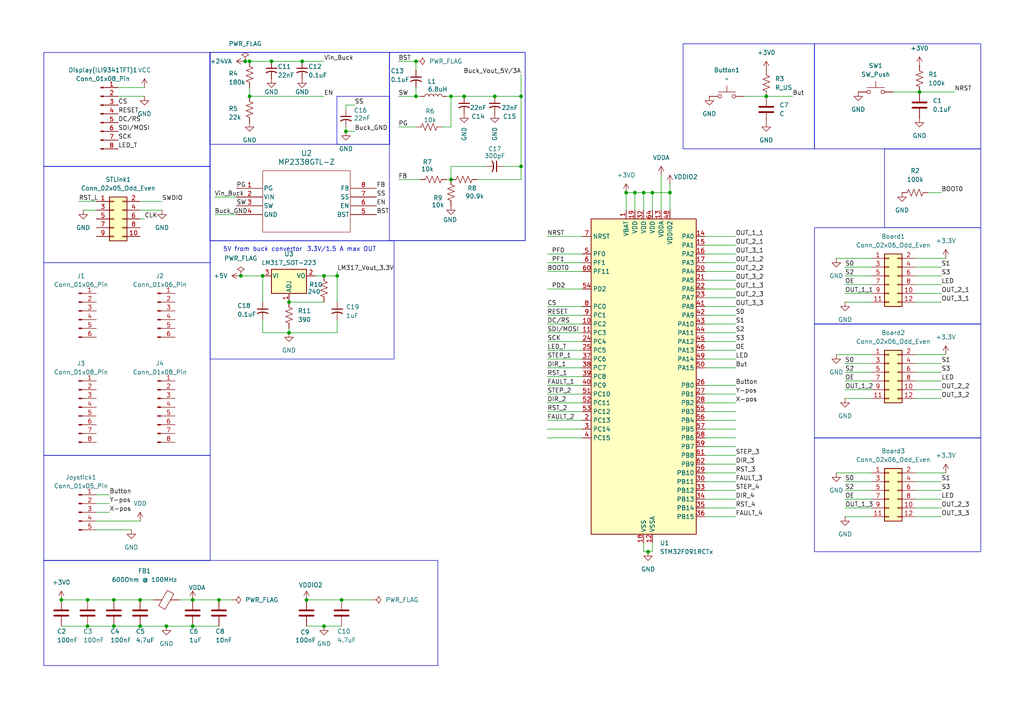
<source format=kicad_sch>
(kicad_sch (version 20250114) (generator "eeschema") (generator_version "9.0")
  (paper "A4")
  (title_block (title "STM32F09 Schematic") (date "2026-01-29") (rev "0"))
  (lib_symbols
    (symbol "Connector:Conn_01x05_Pin" (pin_names (offset 1.016) (hide yes))
      (property "Reference" "J" (at 0 7.62 0))
      (property "Value" "Conn_01x05_Pin" (at 0 -7.62 0))
      (symbol "Conn_01x05_Pin_1_1"
        (pin passive line (at 5.08 5.08 180) (length 3.81) (name "Pin_1") (number "1"))
        (pin passive line (at 5.08 2.54 180) (length 3.81) (name "Pin_2") (number "2"))
        (pin passive line (at 5.08 0 180) (length 3.81) (name "Pin_3") (number "3"))
        (pin passive line (at 5.08 -2.54 180) (length 3.81) (name "Pin_4") (number "4"))
        (pin passive line (at 5.08 -5.08 180) (length 3.81) (name "Pin_5") (number "5"))
      )
    )
    (symbol "Connector:Conn_01x06_Pin" (pin_names (offset 1.016) (hide yes))
      (property "Reference" "J" (at 0 7.62 0))
      (property "Value" "Conn_01x06_Pin" (at 0 -10.16 0))
      (symbol "Conn_01x06_Pin_1_1"
        (pin passive line (at 5.08 5.08 180) (length 3.81) (name "Pin_1") (number "1"))
        (pin passive line (at 5.08 2.54 180) (length 3.81) (name "Pin_2") (number "2"))
        (pin passive line (at 5.08 0 180) (length 3.81) (name "Pin_3") (number "3"))
        (pin passive line (at 5.08 -2.54 180) (length 3.81) (name "Pin_4") (number "4"))
        (pin passive line (at 5.08 -5.08 180) (length 3.81) (name "Pin_5") (number "5"))
        (pin passive line (at 5.08 -7.62 180) (length 3.81) (name "Pin_6") (number "6"))
      )
    )
    (symbol "Connector:Conn_01x08_Pin" (pin_names (offset 1.016) (hide yes))
      (property "Reference" "J" (at 0 10.16 0))
      (property "Value" "Conn_01x08_Pin" (at 0 -12.7 0))
      (symbol "Conn_01x08_Pin_1_1"
        (pin passive line (at 5.08 7.62 180) (length 3.81) (name "Pin_1") (number "1"))
        (pin passive line (at 5.08 5.08 180) (length 3.81) (name "Pin_2") (number "2"))
        (pin passive line (at 5.08 2.54 180) (length 3.81) (name "Pin_3") (number "3"))
        (pin passive line (at 5.08 0 180) (length 3.81) (name "Pin_4") (number "4"))
        (pin passive line (at 5.08 -2.54 180) (length 3.81) (name "Pin_5") (number "5"))
        (pin passive line (at 5.08 -5.08 180) (length 3.81) (name "Pin_6") (number "6"))
        (pin passive line (at 5.08 -7.62 180) (length 3.81) (name "Pin_7") (number "7"))
        (pin passive line (at 5.08 -10.16 180) (length 3.81) (name "Pin_8") (number "8"))
      )
    )
    (symbol "Connector_Generic:Conn_02x05_Odd_Even" (pin_names (offset 1.016) (hide yes))
      (property "Reference" "J" (at 1.27 7.62 0))
      (property "Value" "Conn_02x05_Odd_Even" (at 1.27 -7.62 0))
      (symbol "Conn_02x05_Odd_Even_1_1"
        (pin passive line (at -5.08 5.08 0) (length 3.81) (name "Pin_1") (number "1"))
        (pin passive line (at -5.08 2.54 0) (length 3.81) (name "Pin_3") (number "3"))
        (pin passive line (at -5.08 0 0) (length 3.81) (name "Pin_5") (number "5"))
        (pin passive line (at -5.08 -2.54 0) (length 3.81) (name "Pin_7") (number "7"))
        (pin passive line (at -5.08 -5.08 0) (length 3.81) (name "Pin_9") (number "9"))
        (pin passive line (at 7.62 5.08 180) (length 3.81) (name "Pin_2") (number "2"))
        (pin passive line (at 7.62 2.54 180) (length 3.81) (name "Pin_4") (number "4"))
        (pin passive line (at 7.62 0 180) (length 3.81) (name "Pin_6") (number "6"))
        (pin passive line (at 7.62 -2.54 180) (length 3.81) (name "Pin_8") (number "8"))
        (pin passive line (at 7.62 -5.08 180) (length 3.81) (name "Pin_10") (number "10"))
      )
    )
    (symbol "Connector_Generic:Conn_02x06_Odd_Even" (pin_names (offset 1.016) (hide yes))
      (property "Reference" "J" (at 1.27 7.62 0))
      (property "Value" "Conn_02x06_Odd_Even" (at 1.27 -10.16 0))
      (symbol "Conn_02x06_Odd_Even_1_1"
        (pin passive line (at -5.08 5.08 0) (length 3.81) (name "Pin_1") (number "1"))
        (pin passive line (at -5.08 2.54 0) (length 3.81) (name "Pin_3") (number "3"))
        (pin passive line (at -5.08 0 0) (length 3.81) (name "Pin_5") (number "5"))
        (pin passive line (at -5.08 -2.54 0) (length 3.81) (name "Pin_7") (number "7"))
        (pin passive line (at -5.08 -5.08 0) (length 3.81) (name "Pin_9") (number "9"))
        (pin passive line (at -5.08 -7.62 0) (length 3.81) (name "Pin_11") (number "11"))
        (pin passive line (at 7.62 5.08 180) (length 3.81) (name "Pin_2") (number "2"))
        (pin passive line (at 7.62 2.54 180) (length 3.81) (name "Pin_4") (number "4"))
        (pin passive line (at 7.62 0 180) (length 3.81) (name "Pin_6") (number "6"))
        (pin passive line (at 7.62 -2.54 180) (length 3.81) (name "Pin_8") (number "8"))
        (pin passive line (at 7.62 -5.08 180) (length 3.81) (name "Pin_10") (number "10"))
        (pin passive line (at 7.62 -7.62 180) (length 3.81) (name "Pin_12") (number "12"))
      )
    )
    (symbol "Device:C" (pin_numbers (hide yes)) (pin_names (offset 0.254))
      (property "Reference" "C" (at 0.635 2.54 0))
      (property "Value" "C" (at 0.635 -2.54 0))
      (symbol "C_1_1"
        (pin passive line (at 0 3.81 270) (length 2.794) (name "~") (number "1"))
        (pin passive line (at 0 -3.81 90) (length 2.794) (name "~") (number "2"))
      )
    )
    (symbol "Device:C_Small_US" (pin_numbers (hide yes)) (pin_names (offset 0.254) (hide yes))
      (property "Reference" "C" (at 0.254 1.778 0))
      (property "Value" "C_Small_US" (at 0.254 -2.032 0))
      (symbol "C_Small_US_1_1"
        (pin passive line (at 0 2.54 270) (length 2.032) (name "~") (number "1"))
        (pin passive line (at 0 -2.54 90) (length 2.032) (name "~") (number "2"))
      )
    )
    (symbol "Device:FerriteBead" (pin_numbers (hide yes)) (pin_names (offset 0))
      (property "Reference" "FB" (at -3.81 0.635 90))
      (property "Value" "FerriteBead" (at 3.81 0 90))
      (symbol "FerriteBead_1_1"
        (pin passive line (at 0 3.81 270) (length 2.54) (name "~") (number "1"))
        (pin passive line (at 0 -3.81 90) (length 2.54) (name "~") (number "2"))
      )
    )
    (symbol "Device:L" (pin_numbers (hide yes)) (pin_names (offset 1.016) (hide yes))
      (property "Reference" "L" (at -1.27 0 90))
      (property "Value" "L" (at 1.905 0 90))
      (symbol "L_1_1"
        (pin passive line (at 0 3.81 270) (length 1.27) (name "1") (number "1"))
        (pin passive line (at 0 -3.81 90) (length 1.27) (name "2") (number "2"))
      )
    )
    (symbol "Device:R_US" (pin_numbers (hide yes)) (pin_names (offset 0))
      (property "Reference" "R" (at 2.54 0 90))
      (property "Value" "R_US" (at -2.54 0 90))
      (symbol "R_US_1_1"
        (pin passive line (at 0 3.81 270) (length 1.27) (name "~") (number "1"))
        (pin passive line (at 0 -3.81 90) (length 1.27) (name "~") (number "2"))
      )
    )
    (symbol "MCU_ST_STM32F0:STM32F091RCTx"
      (property "Reference" "U" (at -15.24 46.99 0))
      (property "Value" "STM32F091RCTx" (at 10.16 46.99 0))
      (symbol "STM32F091RCTx_1_1"
        (pin input line (at -17.78 40.64 0) (length 2.54) (name "NRST") (number "7"))
        (pin bidirectional line (at -17.78 35.56 0) (length 2.54) (name "PF0") (number "5"))
        (pin bidirectional line (at -17.78 33.02 0) (length 2.54) (name "PF1") (number "6"))
        (pin bidirectional line (at -17.78 30.48 0) (length 2.54) (name "PF11") (number "60"))
        (pin bidirectional line (at -17.78 25.4 0) (length 2.54) (name "PD2") (number "54"))
        (pin bidirectional line (at -17.78 20.32 0) (length 2.54) (name "PC0") (number "8"))
        (pin bidirectional line (at -17.78 17.78 0) (length 2.54) (name "PC1") (number "9"))
        (pin bidirectional line (at -17.78 15.24 0) (length 2.54) (name "PC2") (number "10"))
        (pin bidirectional line (at -17.78 12.7 0) (length 2.54) (name "PC3") (number "11"))
        (pin bidirectional line (at -17.78 10.16 0) (length 2.54) (name "PC4") (number "24"))
        (pin bidirectional line (at -17.78 7.62 0) (length 2.54) (name "PC5") (number "25"))
        (pin bidirectional line (at -17.78 5.08 0) (length 2.54) (name "PC6") (number "37"))
        (pin bidirectional line (at -17.78 2.54 0) (length 2.54) (name "PC7") (number "38"))
        (pin bidirectional line (at -17.78 0 0) (length 2.54) (name "PC8") (number "39"))
        (pin bidirectional line (at -17.78 -2.54 0) (length 2.54) (name "PC9") (number "40"))
        (pin bidirectional line (at -17.78 -5.08 0) (length 2.54) (name "PC10") (number "51"))
        (pin bidirectional line (at -17.78 -7.62 0) (length 2.54) (name "PC11") (number "52"))
        (pin bidirectional line (at -17.78 -10.16 0) (length 2.54) (name "PC12") (number "53"))
        (pin bidirectional line (at -17.78 -12.7 0) (length 2.54) (name "PC13") (number "2"))
        (pin bidirectional line (at -17.78 -15.24 0) (length 2.54) (name "PC14") (number "3"))
        (pin bidirectional line (at -17.78 -17.78 0) (length 2.54) (name "PC15") (number "4"))
        (pin power_in line (at -5.08 48.26 270) (length 2.54) (name "VBAT") (number "1"))
        (pin power_in line (at -2.54 48.26 270) (length 2.54) (name "VDD") (number "19"))
        (pin power_in line (at 0 48.26 270) (length 2.54) (name "VDD") (number "32"))
        (pin power_in line (at 0 -48.26 90) (length 2.54) (name "VSS") (number "18"))
        (pin passive line (at 0 -48.26 90) (length 2.54) (hide yes) (name "VSS") (number "31"))
        (pin passive line (at 0 -48.26 90) (length 2.54) (hide yes) (name "VSS") (number "47"))
        (pin passive line (at 0 -48.26 90) (length 2.54) (hide yes) (name "VSS") (number "63"))
        (pin power_in line (at 2.54 48.26 270) (length 2.54) (name "VDD") (number "64"))
        (pin power_in line (at 2.54 -48.26 90) (length 2.54) (name "VSSA") (number "12"))
        (pin power_in line (at 5.08 48.26 270) (length 2.54) (name "VDDA") (number "13"))
        (pin power_in line (at 7.62 48.26 270) (length 2.54) (name "VDDIO2") (number "48"))
        (pin bidirectional line (at 17.78 40.64 180) (length 2.54) (name "PA0") (number "14"))
        (pin bidirectional line (at 17.78 38.1 180) (length 2.54) (name "PA1") (number "15"))
        (pin bidirectional line (at 17.78 35.56 180) (length 2.54) (name "PA2") (number "16"))
        (pin bidirectional line (at 17.78 33.02 180) (length 2.54) (name "PA3") (number "17"))
        (pin bidirectional line (at 17.78 30.48 180) (length 2.54) (name "PA4") (number "20"))
        (pin bidirectional line (at 17.78 27.94 180) (length 2.54) (name "PA5") (number "21"))
        (pin bidirectional line (at 17.78 25.4 180) (length 2.54) (name "PA6") (number "22"))
        (pin bidirectional line (at 17.78 22.86 180) (length 2.54) (name "PA7") (number "23"))
        (pin bidirectional line (at 17.78 20.32 180) (length 2.54) (name "PA8") (number "41"))
        (pin bidirectional line (at 17.78 17.78 180) (length 2.54) (name "PA9") (number "42"))
        (pin bidirectional line (at 17.78 15.24 180) (length 2.54) (name "PA10") (number "43"))
        (pin bidirectional line (at 17.78 12.7 180) (length 2.54) (name "PA11") (number "44"))
        (pin bidirectional line (at 17.78 10.16 180) (length 2.54) (name "PA12") (number "45"))
        (pin bidirectional line (at 17.78 7.62 180) (length 2.54) (name "PA13") (number "46"))
        (pin bidirectional line (at 17.78 5.08 180) (length 2.54) (name "PA14") (number "49"))
        (pin bidirectional line (at 17.78 2.54 180) (length 2.54) (name "PA15") (number "50"))
        (pin bidirectional line (at 17.78 -2.54 180) (length 2.54) (name "PB0") (number "26"))
        (pin bidirectional line (at 17.78 -5.08 180) (length 2.54) (name "PB1") (number "27"))
        (pin bidirectional line (at 17.78 -7.62 180) (length 2.54) (name "PB2") (number "28"))
        (pin bidirectional line (at 17.78 -10.16 180) (length 2.54) (name "PB3") (number "55"))
        (pin bidirectional line (at 17.78 -12.7 180) (length 2.54) (name "PB4") (number "56"))
        (pin bidirectional line (at 17.78 -15.24 180) (length 2.54) (name "PB5") (number "57"))
        (pin bidirectional line (at 17.78 -17.78 180) (length 2.54) (name "PB6") (number "58"))
        (pin bidirectional line (at 17.78 -20.32 180) (length 2.54) (name "PB7") (number "59"))
        (pin bidirectional line (at 17.78 -22.86 180) (length 2.54) (name "PB8") (number "61"))
        (pin bidirectional line (at 17.78 -25.4 180) (length 2.54) (name "PB9") (number "62"))
        (pin bidirectional line (at 17.78 -27.94 180) (length 2.54) (name "PB10") (number "29"))
        (pin bidirectional line (at 17.78 -30.48 180) (length 2.54) (name "PB11") (number "30"))
        (pin bidirectional line (at 17.78 -33.02 180) (length 2.54) (name "PB12") (number "33"))
        (pin bidirectional line (at 17.78 -35.56 180) (length 2.54) (name "PB13") (number "34"))
        (pin bidirectional line (at 17.78 -38.1 180) (length 2.54) (name "PB14") (number "35"))
        (pin bidirectional line (at 17.78 -40.64 180) (length 2.54) (name "PB15") (number "36"))
      )
    )
    (symbol "Power Convertor:MP2338GTL-Z" (pin_names (offset 0.254))
      (property "Reference" "U" (at 20.32 10.16 0))
      (property "Value" "MP2338GTL-Z" (at 20.32 7.62 0))
      (symbol "MP2338GTL-Z_0_1"
        (pin output line (at 0 0 0) (length 7.62) (name "PG") (number "1"))
        (pin power_in line (at 0 -2.54 0) (length 7.62) (name "VIN") (number "2"))
        (pin output line (at 0 -5.08 0) (length 7.62) (name "SW") (number "3"))
        (pin power_in line (at 0 -7.62 0) (length 7.62) (name "GND") (number "4"))
        (pin output line (at 40.64 0 180) (length 7.62) (name "FB") (number "8"))
        (pin input line (at 40.64 -2.54 180) (length 7.62) (name "SS") (number "7"))
        (pin input line (at 40.64 -5.08 180) (length 7.62) (name "EN") (number "6"))
        (pin power_in line (at 40.64 -7.62 180) (length 7.62) (name "BST") (number "5"))
      )
    )
    (symbol "Regulator_Linear:LM317_SOT-223" (pin_names (offset 0.254))
      (property "Reference" "U" (at -3.81 3.175 0))
      (property "Value" "LM317_SOT-223" (at 0 3.175 0))
      (symbol "LM317_SOT-223_1_1"
        (pin power_in line (at -7.62 0 0) (length 2.54) (name "VI") (number "3"))
        (pin input line (at 0 -7.62 90) (length 2.54) (name "ADJ") (number "1"))
        (pin power_out line (at 7.62 0 180) (length 2.54) (name "VO") (number "2"))
      )
    )
    (symbol "Switch:SW_Push" (pin_numbers (hide yes)) (pin_names (offset 1.016) (hide yes))
      (property "Reference" "SW" (at 1.27 2.54 0))
      (property "Value" "SW_Push" (at 0 -1.524 0))
      (symbol "SW_Push_0_1"
        (pin passive line (at -5.08 0 0) (length 2.54) (name "1") (number "1"))
        (pin passive line (at 5.08 0 180) (length 2.54) (name "2") (number "2"))
      )
    )
    (symbol "power:+24V" (power) (pin_numbers (hide yes)) (pin_names (offset 0) (hide yes))
      (property "Value" "+24V" (at 0 3.556 0))
      (symbol "+24V_1_1"
        (pin power_in line (at 0 0 90) (length 0) (name "~") (number "1"))
      )
    )
    (symbol "power:+3.3V" (power) (pin_numbers (hide yes)) (pin_names (offset 0) (hide yes))
      (property "Value" "+3.3V" (at 0 3.556 0))
      (symbol "+3.3V_1_1"
        (pin power_in line (at 0 0 90) (length 0) (name "~") (number "1"))
      )
    )
    (symbol "power:+3V0" (power) (pin_numbers (hide yes)) (pin_names (offset 0) (hide yes))
      (property "Value" "+3V0" (at 0 3.556 0))
      (symbol "+3V0_1_1"
        (pin power_in line (at 0 0 90) (length 0) (name "~") (number "1"))
      )
    )
    (symbol "power:+5V" (power) (pin_numbers (hide yes)) (pin_names (offset 0) (hide yes))
      (property "Value" "+5V" (at 0 3.556 0))
      (symbol "+5V_1_1"
        (pin power_in line (at 0 0 90) (length 0) (name "~") (number "1"))
      )
    )
    (symbol "power:GND" (power) (pin_numbers (hide yes)) (pin_names (offset 0) (hide yes))
      (property "Value" "GND" (at 0 -3.81 0))
      (symbol "GND_1_1"
        (pin power_in line (at 0 0 270) (length 0) (name "~") (number "1"))
      )
    )
    (symbol "power:PWR_FLAG" (power) (pin_numbers (hide yes)) (pin_names (offset 0) (hide yes))
      (property "Value" "PWR_FLAG" (at 0 3.81 0))
      (symbol "PWR_FLAG_0_0"
        (pin power_out line (at 0 0 90) (length 0) (name "~") (number "1"))
      )
    )
    (symbol "power:VCC" (power) (pin_numbers (hide yes)) (pin_names (offset 0) (hide yes))
      (property "Value" "VCC" (at 0 3.556 0))
      (symbol "VCC_1_1"
        (pin power_in line (at 0 0 90) (length 0) (name "~") (number "1"))
      )
    )
    (symbol "power:VDD" (power) (pin_numbers (hide yes)) (pin_names (offset 0) (hide yes))
      (property "Value" "VDD" (at 0 3.556 0))
      (symbol "VDD_1_1"
        (pin power_in line (at 0 0 90) (length 0) (name "~") (number "1"))
      )
    )
  )
  (rectangle (start 60.8886 15.1806) (end 152.3286 69.7906))
  (rectangle (start 97.7186 27.94) (end 112.9586 41.8506))
  (rectangle (start 236.22 127) (end 284.48 160.02))
  (rectangle (start 236.22 12.7) (end 284.48 43.18))
  (rectangle (start 236.22 66.04) (end 284.48 93.98))
  (rectangle (start 198.12 12.7) (end 236.22 43.18))
  (rectangle (start 60.96 69.85) (end 114.3 104.14))
  (rectangle (start 12.7 76.2) (end 60.96 132.08))
  (rectangle (start 12.7 132.08) (end 60.96 162.56))
  (rectangle (start 256.54 43.18) (end 284.48 66.04))
  (rectangle (start 12.7 15.24) (end 60.96 48.26))
  (rectangle (start 60.8886 15.1806) (end 112.9586 41.8506))
  (rectangle (start 12.7 162.56) (end 127 193.04))
  (rectangle (start 112.9586 15.1806) (end 152.3286 69.7906))
  (rectangle (start 12.7 48.26) (end 60.96 76.2))
  (rectangle (start 236.22 93.98) (end 284.48 127))
  (text "3.3V/1.5 A max OUT" (at 99.06 72.39 0) (effects (font (size 1.27 1.27))))
  (text "5V from buck convertor\n" (at 76.2 72.39 0) (effects (font (size 1.27 1.27))))
  (junction (at 48.26 181.61))
  (junction (at 222.25 27.94))
  (junction (at 100.33 38.1))
  (junction (at 25.4 173.99))
  (junction (at 88.9 173.99))
  (junction (at 72.39 17.78))
  (junction (at 186.69 55.88))
  (junction (at 40.64 181.61))
  (junction (at 181.61 55.88))
  (junction (at 184.15 55.88))
  (junction (at 189.23 55.88))
  (junction (at 55.88 181.61))
  (junction (at 187.96 160.02))
  (junction (at 120.65 17.78))
  (junction (at 78.74 17.78))
  (junction (at 134.62 27.94))
  (junction (at 83.82 96.52))
  (junction (at 266.7 26.67))
  (junction (at 63.5 173.99))
  (junction (at 99.06 173.99))
  (junction (at 33.02 173.99))
  (junction (at 25.4 181.61))
  (junction (at 143.51 27.94))
  (junction (at 69.85 80.01))
  (junction (at 120.65 27.94))
  (junction (at 72.39 27.94))
  (junction (at 93.98 181.61))
  (junction (at 194.31 55.88))
  (junction (at 17.78 173.99))
  (junction (at 130.81 52.07))
  (junction (at 71.12 17.78))
  (junction (at 83.82 87.63))
  (junction (at 151.13 48.26))
  (junction (at 33.02 181.61))
  (junction (at 151.13 27.94))
  (junction (at 40.64 173.99))
  (junction (at 97.79 80.01))
  (junction (at 55.88 173.99))
  (junction (at 87.63 17.78))
  (junction (at 76.2 80.01))
  (junction (at 93.98 80.01))
  (junction (at 130.81 27.94))
  (wire (pts (xy 204.47 68.58) (xy 213.36 68.58)))
  (wire (pts (xy 265.43 149.86) (xy 273.05 149.86)))
  (wire (pts (xy 186.69 160.02) (xy 187.96 160.02)))
  (wire (pts (xy 245.11 105.41) (xy 252.73 105.41)))
  (wire (pts (xy 265.43 74.93) (xy 274.32 74.93)))
  (wire (pts (xy 83.82 95.25) (xy 83.82 96.52)))
  (wire (pts (xy 158.75 104.14) (xy 168.91 104.14)))
  (wire (pts (xy 83.82 87.63) (xy 93.98 87.63)))
  (wire (pts (xy 40.64 181.61) (xy 48.26 181.61)))
  (wire (pts (xy 265.43 139.7) (xy 273.05 139.7)))
  (wire (pts (xy 158.75 101.6) (xy 168.91 101.6)))
  (wire (pts (xy 76.2 80.01) (xy 76.2 87.63)))
  (wire (pts (xy 204.47 116.84) (xy 213.36 116.84)))
  (wire (pts (xy 181.61 55.88) (xy 184.15 55.88)))
  (wire (pts (xy 158.75 68.58) (xy 168.91 68.58)))
  (wire (pts (xy 204.47 132.08) (xy 213.36 132.08)))
  (wire (pts (xy 158.75 96.52) (xy 168.91 96.52)))
  (wire (pts (xy 97.79 96.52) (xy 97.79 92.71)))
  (wire (pts (xy 55.88 181.61) (xy 63.5 181.61)))
  (wire (pts (xy 87.63 17.78) (xy 93.98 17.78)))
  (wire (pts (xy 93.98 181.61) (xy 99.06 181.61)))
  (wire (pts (xy 115.57 27.94) (xy 120.65 27.94)))
  (wire (pts (xy 97.79 78.74) (xy 97.79 80.01)))
  (wire (pts (xy 34.29 25.4) (xy 41.91 25.4)))
  (wire (pts (xy 265.43 105.41) (xy 273.05 105.41)))
  (wire (pts (xy 245.11 144.78) (xy 252.73 144.78)))
  (wire (pts (xy 204.47 93.98) (xy 213.36 93.98)))
  (wire (pts (xy 245.11 107.95) (xy 252.73 107.95)))
  (wire (pts (xy 88.9 181.61) (xy 93.98 181.61)))
  (wire (pts (xy 245.11 82.55) (xy 252.73 82.55)))
  (wire (pts (xy 27.94 151.13) (xy 40.64 151.13)))
  (wire (pts (xy 158.75 83.82) (xy 168.91 83.82)))
  (wire (pts (xy 130.81 52.07) (xy 129.54 52.07)))
  (wire (pts (xy 151.13 52.07) (xy 138.43 52.07)))
  (wire (pts (xy 189.23 60.96) (xy 189.23 55.88)))
  (wire (pts (xy 72.39 25.4) (xy 72.39 27.94)))
  (wire (pts (xy 204.47 83.82) (xy 213.36 83.82)))
  (wire (pts (xy 259.08 26.67) (xy 266.7 26.67)))
  (wire (pts (xy 100.33 38.1) (xy 102.87 38.1)))
  (wire (pts (xy 158.75 78.74) (xy 168.91 78.74)))
  (wire (pts (xy 62.23 57.15) (xy 68.58 57.15)))
  (wire (pts (xy 269.24 55.88) (xy 273.05 55.88)))
  (wire (pts (xy 120.65 17.78) (xy 120.65 20.32)))
  (wire (pts (xy 158.75 73.66) (xy 168.91 73.66)))
  (wire (pts (xy 158.75 116.84) (xy 168.91 116.84)))
  (wire (pts (xy 17.78 181.61) (xy 25.4 181.61)))
  (wire (pts (xy 27.94 148.59) (xy 31.75 148.59)))
  (wire (pts (xy 25.4 181.61) (xy 33.02 181.61)))
  (wire (pts (xy 48.26 181.61) (xy 55.88 181.61)))
  (wire (pts (xy 158.75 93.98) (xy 168.91 93.98)))
  (wire (pts (xy 245.11 113.03) (xy 252.73 113.03)))
  (wire (pts (xy 34.29 27.94) (xy 41.91 27.94)))
  (wire (pts (xy 17.78 173.99) (xy 25.4 173.99)))
  (wire (pts (xy 265.43 77.47) (xy 273.05 77.47)))
  (wire (pts (xy 130.81 36.83) (xy 130.81 27.94)))
  (wire (pts (xy 194.31 53.34) (xy 194.31 55.88)))
  (wire (pts (xy 33.02 181.61) (xy 40.64 181.61)))
  (wire (pts (xy 151.13 27.94) (xy 151.13 48.26)))
  (wire (pts (xy 76.2 92.71) (xy 76.2 96.52)))
  (wire (pts (xy 102.87 30.48) (xy 100.33 30.48)))
  (wire (pts (xy 40.64 173.99) (xy 44.45 173.99)))
  (wire (pts (xy 72.39 27.94) (xy 93.98 27.94)))
  (wire (pts (xy 204.47 99.06) (xy 213.36 99.06)))
  (wire (pts (xy 204.47 144.78) (xy 213.36 144.78)))
  (wire (pts (xy 130.81 27.94) (xy 134.62 27.94)))
  (wire (pts (xy 265.43 87.63) (xy 273.05 87.63)))
  (wire (pts (xy 83.82 96.52) (xy 97.79 96.52)))
  (wire (pts (xy 204.47 104.14) (xy 213.36 104.14)))
  (wire (pts (xy 52.07 173.99) (xy 55.88 173.99)))
  (wire (pts (xy 204.47 139.7) (xy 213.36 139.7)))
  (wire (pts (xy 204.47 147.32) (xy 213.36 147.32)))
  (wire (pts (xy 151.13 21.59) (xy 151.13 27.94)))
  (wire (pts (xy 71.12 17.78) (xy 72.39 17.78)))
  (wire (pts (xy 187.96 160.02) (xy 189.23 160.02)))
  (wire (pts (xy 72.39 17.78) (xy 78.74 17.78)))
  (wire (pts (xy 265.43 110.49) (xy 273.05 110.49)))
  (wire (pts (xy 204.47 86.36) (xy 213.36 86.36)))
  (wire (pts (xy 204.47 106.68) (xy 213.36 106.68)))
  (wire (pts (xy 33.02 173.99) (xy 40.64 173.99)))
  (wire (pts (xy 99.06 173.99) (xy 88.9 173.99)))
  (wire (pts (xy 40.64 63.5) (xy 41.91 63.5)))
  (wire (pts (xy 186.69 60.96) (xy 186.69 55.88)))
  (wire (pts (xy 55.88 173.99) (xy 63.5 173.99)))
  (wire (pts (xy 204.47 134.62) (xy 213.36 134.62)))
  (wire (pts (xy 120.65 27.94) (xy 120.65 25.4)))
  (wire (pts (xy 265.43 144.78) (xy 273.05 144.78)))
  (wire (pts (xy 204.47 88.9) (xy 213.36 88.9)))
  (wire (pts (xy 204.47 142.24) (xy 213.36 142.24)))
  (wire (pts (xy 100.33 36.83) (xy 100.33 38.1)))
  (wire (pts (xy 266.7 26.67) (xy 276.86 26.67)))
  (wire (pts (xy 158.75 76.2) (xy 168.91 76.2)))
  (wire (pts (xy 204.47 96.52) (xy 213.36 96.52)))
  (wire (pts (xy 181.61 60.96) (xy 181.61 55.88)))
  (wire (pts (xy 204.47 119.38) (xy 213.36 119.38)))
  (wire (pts (xy 204.47 149.86) (xy 213.36 149.86)))
  (wire (pts (xy 265.43 113.03) (xy 273.05 113.03)))
  (wire (pts (xy 204.47 124.46) (xy 213.36 124.46)))
  (wire (pts (xy 265.43 107.95) (xy 273.05 107.95)))
  (wire (pts (xy 158.75 88.9) (xy 168.91 88.9)))
  (wire (pts (xy 115.57 52.07) (xy 121.92 52.07)))
  (wire (pts (xy 215.9 27.94) (xy 222.25 27.94)))
  (wire (pts (xy 186.69 55.88) (xy 184.15 55.88)))
  (wire (pts (xy 245.11 80.01) (xy 252.73 80.01)))
  (wire (pts (xy 189.23 157.48) (xy 189.23 160.02)))
  (wire (pts (xy 265.43 85.09) (xy 273.05 85.09)))
  (wire (pts (xy 242.57 137.16) (xy 252.73 137.16)))
  (wire (pts (xy 27.94 146.05) (xy 31.75 146.05)))
  (wire (pts (xy 204.47 71.12) (xy 213.36 71.12)))
  (wire (pts (xy 204.47 101.6) (xy 213.36 101.6)))
  (wire (pts (xy 194.31 55.88) (xy 194.31 60.96)))
  (wire (pts (xy 158.75 121.92) (xy 168.91 121.92)))
  (wire (pts (xy 245.11 110.49) (xy 252.73 110.49)))
  (wire (pts (xy 245.11 85.09) (xy 252.73 85.09)))
  (wire (pts (xy 245.11 115.57) (xy 252.73 115.57)))
  (wire (pts (xy 62.23 62.23) (xy 68.58 62.23)))
  (wire (pts (xy 186.69 157.48) (xy 186.69 160.02)))
  (wire (pts (xy 134.62 27.94) (xy 143.51 27.94)))
  (wire (pts (xy 204.47 121.92) (xy 213.36 121.92)))
  (wire (pts (xy 265.43 142.24) (xy 273.05 142.24)))
  (wire (pts (xy 184.15 55.88) (xy 184.15 60.96)))
  (wire (pts (xy 27.94 153.67) (xy 38.1 153.67)))
  (wire (pts (xy 265.43 82.55) (xy 273.05 82.55)))
  (wire (pts (xy 158.75 114.3) (xy 168.91 114.3)))
  (wire (pts (xy 158.75 111.76) (xy 168.91 111.76)))
  (wire (pts (xy 265.43 137.16) (xy 274.32 137.16)))
  (wire (pts (xy 222.25 27.94) (xy 229.87 27.94)))
  (wire (pts (xy 265.43 102.87) (xy 274.32 102.87)))
  (wire (pts (xy 158.75 91.44) (xy 168.91 91.44)))
  (wire (pts (xy 97.79 80.01) (xy 97.79 87.63)))
  (wire (pts (xy 158.75 99.06) (xy 168.91 99.06)))
  (wire (pts (xy 189.23 55.88) (xy 186.69 55.88)))
  (wire (pts (xy 130.81 48.26) (xy 140.97 48.26)))
  (wire (pts (xy 265.43 115.57) (xy 273.05 115.57)))
  (wire (pts (xy 204.47 76.2) (xy 213.36 76.2)))
  (wire (pts (xy 245.11 139.7) (xy 252.73 139.7)))
  (wire (pts (xy 245.11 77.47) (xy 252.73 77.47)))
  (wire (pts (xy 115.57 36.83) (xy 120.65 36.83)))
  (wire (pts (xy 93.98 80.01) (xy 97.79 80.01)))
  (wire (pts (xy 146.05 48.26) (xy 151.13 48.26)))
  (wire (pts (xy 40.64 60.96) (xy 46.99 60.96)))
  (wire (pts (xy 25.4 173.99) (xy 33.02 173.99)))
  (wire (pts (xy 151.13 48.26) (xy 151.13 52.07)))
  (wire (pts (xy 204.47 129.54) (xy 213.36 129.54)))
  (wire (pts (xy 245.11 87.63) (xy 252.73 87.63)))
  (wire (pts (xy 78.74 17.78) (xy 87.63 17.78)))
  (wire (pts (xy 115.57 17.78) (xy 120.65 17.78)))
  (wire (pts (xy 204.47 127) (xy 213.36 127)))
  (wire (pts (xy 191.77 50.8) (xy 191.77 60.96)))
  (wire (pts (xy 67.31 173.99) (xy 63.5 173.99)))
  (wire (pts (xy 242.57 74.93) (xy 252.73 74.93)))
  (wire (pts (xy 24.13 60.96) (xy 27.94 60.96)))
  (wire (pts (xy 204.47 78.74) (xy 213.36 78.74)))
  (wire (pts (xy 204.47 111.76) (xy 213.36 111.76)))
  (wire (pts (xy 245.11 149.86) (xy 252.73 149.86)))
  (wire (pts (xy 158.75 119.38) (xy 168.91 119.38)))
  (wire (pts (xy 189.23 55.88) (xy 194.31 55.88)))
  (wire (pts (xy 158.75 124.46) (xy 168.91 124.46)))
  (wire (pts (xy 204.47 73.66) (xy 213.36 73.66)))
  (wire (pts (xy 245.11 142.24) (xy 252.73 142.24)))
  (wire (pts (xy 158.75 127) (xy 168.91 127)))
  (wire (pts (xy 130.81 52.07) (xy 130.81 48.26)))
  (wire (pts (xy 204.47 91.44) (xy 213.36 91.44)))
  (wire (pts (xy 22.86 58.42) (xy 27.94 58.42)))
  (wire (pts (xy 91.44 80.01) (xy 93.98 80.01)))
  (wire (pts (xy 204.47 137.16) (xy 213.36 137.16)))
  (wire (pts (xy 143.51 27.94) (xy 151.13 27.94)))
  (wire (pts (xy 40.64 58.42) (xy 46.99 58.42)))
  (wire (pts (xy 158.75 109.22) (xy 168.91 109.22)))
  (wire (pts (xy 245.11 147.32) (xy 252.73 147.32)))
  (wire (pts (xy 130.81 27.94) (xy 129.54 27.94)))
  (wire (pts (xy 128.27 36.83) (xy 130.81 36.83)))
  (wire (pts (xy 204.47 81.28) (xy 213.36 81.28)))
  (wire (pts (xy 27.94 143.51) (xy 31.75 143.51)))
  (wire (pts (xy 265.43 147.32) (xy 273.05 147.32)))
  (wire (pts (xy 99.06 173.99) (xy 107.95 173.99)))
  (wire (pts (xy 265.43 80.01) (xy 273.05 80.01)))
  (wire (pts (xy 69.85 80.01) (xy 76.2 80.01)))
  (wire (pts (xy 100.33 30.48) (xy 100.33 31.75)))
  (wire (pts (xy 121.92 27.94) (xy 120.65 27.94)))
  (wire (pts (xy 158.75 106.68) (xy 168.91 106.68)))
  (wire (pts (xy 76.2 96.52) (xy 83.82 96.52)))
  (wire (pts (xy 242.57 102.87) (xy 252.73 102.87)))
  (wire (pts (xy 204.47 114.3) (xy 213.36 114.3)))
  (label "STEP_3" (at 213.36 132.08 0))
  (label "OUT_3_3" (at 213.36 88.9 0))
  (label "LED" (at 273.05 144.78 0))
  (label "SDI{slash}MOSI" (at 158.75 96.52 0))
  (label "Buck_GND" (at 62.23 62.23 0))
  (label "OUT_1_2" (at 213.36 76.2 0))
  (label "LM317_Vout_3.3V" (at 97.79 78.74 0))
  (label "FAULT_3" (at 213.36 139.7 0))
  (label "S2" (at 245.11 80.01 0))
  (label "SW" (at 115.57 27.94 0))
  (label "S3" (at 273.05 107.95 0))
  (label "RESET" (at 34.29 33.02 0))
  (label "PG" (at 68.58 54.61 0))
  (label "STEP_2" (at 158.75 114.3 0))
  (label "S0" (at 213.36 91.44 0))
  (label "OUT_3_2" (at 273.05 115.57 0))
  (label "OUT_2_2" (at 213.36 78.74 0))
  (label "SCK" (at 158.75 99.06 0))
  (label "STEP_1" (at 158.75 104.14 0))
  (label "OE" (at 245.11 144.78 0))
  (label "OUT_3_1" (at 273.05 87.63 0))
  (label "OUT_2_2" (at 273.05 113.03 0))
  (label "OUT_2_3" (at 213.36 86.36 0))
  (label "OE" (at 213.36 101.6 0))
  (label "STEP_4" (at 213.36 142.24 0))
  (label "DC{slash}RS" (at 158.75 93.98 0))
  (label "RST_3" (at 213.36 137.16 0))
  (label "LED" (at 213.36 104.14 0))
  (label "SCK" (at 34.29 40.64 0))
  (label "OUT_1_2" (at 245.11 113.03 0))
  (label "DIR_2" (at 158.75 116.84 0))
  (label "S1" (at 213.36 93.98 0))
  (label "FAULT_1" (at 158.75 111.76 0))
  (label "SS" (at 102.87 30.48 0))
  (label "BST" (at 115.57 17.78 0))
  (label "DIR_3" (at 213.36 134.62 0))
  (label "LED" (at 273.05 82.55 0))
  (label "S1" (at 273.05 77.47 0))
  (label "OE" (at 245.11 82.55 0))
  (label "FB" (at 109.22 54.61 0))
  (label "DIR_1" (at 158.75 106.68 0))
  (label "Vin_Buck" (at 93.98 17.78 0))
  (label "BST" (at 109.22 62.23 0))
  (label "LED_T" (at 34.29 43.18 0))
  (label "Y-pos" (at 213.36 114.3 0))
  (label "EN" (at 93.98 27.94 0))
  (label "PF0" (at 160.02 73.66 0))
  (label "S0" (at 245.11 105.41 0))
  (label "LED_T" (at 158.75 101.6 0))
  (label "CS" (at 34.29 30.48 0))
  (label "Button" (at 31.75 143.51 0))
  (label "BOOT0" (at 273.05 55.88 0))
  (label "SW" (at 68.58 59.69 0))
  (label "CS" (at 158.75 88.9 0))
  (label "FAULT_2" (at 158.75 121.92 0))
  (label "S2" (at 213.36 96.52 0))
  (label "OUT_2_1" (at 213.36 71.12 0))
  (label "Y-pos" (at 31.75 146.05 0))
  (label "NRST" (at 158.75 68.58 0))
  (label "RST_4" (at 213.36 147.32 0))
  (label "SS" (at 109.22 57.15 0))
  (label "PD2" (at 160.02 83.82 0))
  (label "OUT_1_1" (at 245.11 85.09 0))
  (label "PG" (at 115.57 36.83 0))
  (label "OUT_1_1" (at 213.36 68.58 0))
  (label "S0" (at 245.11 139.7 0))
  (label "X-pos" (at 213.36 116.84 0))
  (label "OUT_2_1" (at 273.05 85.09 0))
  (label "But" (at 229.87 27.94 0))
  (label "NRST" (at 276.86 26.67 0))
  (label "S3" (at 273.05 80.01 0))
  (label "Vin_Buck" (at 62.23 57.15 0))
  (label "S1" (at 273.05 139.7 0))
  (label "But" (at 213.36 106.68 0))
  (label "S2" (at 245.11 107.95 0))
  (label "S1" (at 273.05 105.41 0))
  (label "Buck_Vout_5V{slash}3A" (at 151.13 21.59 180))
  (label "FAULT_4" (at 213.36 149.86 0))
  (label "OUT_1_3" (at 245.11 147.32 0))
  (label "CLK" (at 41.91 63.5 0))
  (label "RST_L" (at 22.86 58.42 0))
  (label "PF1" (at 160.02 76.2 0))
  (label "RST_2" (at 158.75 119.38 0))
  (label "SWDIO" (at 46.99 58.42 0))
  (label "S0" (at 245.11 77.47 0))
  (label "OUT_3_2" (at 213.36 81.28 0))
  (label "OUT_1_3" (at 213.36 83.82 0))
  (label "Buck_GND" (at 102.87 38.1 0))
  (label "Button" (at 213.36 111.76 0))
  (label "OE" (at 245.11 110.49 0))
  (label "BOOT0" (at 158.75 78.74 0))
  (label "SDI{slash}MOSI" (at 34.29 38.1 0))
  (label "OUT_3_1" (at 213.36 73.66 0))
  (label "RST_1" (at 158.75 109.22 0))
  (label "DC{slash}RS" (at 34.29 35.56 0))
  (label "FB" (at 115.57 52.07 0))
  (label "OUT_3_3" (at 273.05 149.86 0))
  (label "S2" (at 245.11 142.24 0))
  (label "X-pos" (at 31.75 148.59 0))
  (label "LED" (at 273.05 110.49 0))
  (label "OUT_2_3" (at 273.05 147.32 0))
  (label "EN" (at 109.22 59.69 0))
  (label "S3" (at 273.05 142.24 0))
  (label "DIR_4" (at 213.36 144.78 0))
  (label "RESET" (at 158.75 91.44 0))
  (label "S3" (at 213.36 99.06 0))
  (symbol (lib_id "power:GND") (at 130.81 59.69 0) (unit 1)
    (property "Reference" "#PWR0107" (effects (hide yes)))
    (property "Value" "GND" (at 132.588 63.754 0) (effects (justify right)))
    (property "Description" "Power symbol creates a global label with name \"GND\" , ground" (effects (hide yes)))
  )
  (symbol (lib_id "power:GND") (at 242.57 102.87 0) (unit 1)
    (property "Reference" "#PWR011" (effects (hide yes)))
    (property "Value" "GND" (at 242.57 107.95 0))
    (property "Description" "Power symbol creates a global label with name \"GND\" , ground" (effects (hide yes)))
  )
  (symbol (lib_id "Connector:Conn_01x08_Pin") (at 45.72 118.11 0) (unit 1)
    (property "Reference" "J4" (at 46.355 105.41 0))
    (property "Value" "Conn_01x08_Pin" (at 46.355 107.95 0))
    (property "Footprint" "Connector_PinHeader_1.00mm:PinHeader_1x08_P1.00mm_Vertical" (effects (hide yes)))
    (property "Description" "Generic connector, single row, 01x08, script generated" (effects (hide yes)))
  )
  (symbol (lib_id "Connector_Generic:Conn_02x06_Odd_Even") (at 257.81 107.95 0) (unit 1)
    (property "Reference" "Board2" (at 259.08 96.52 0))
    (property "Value" "Conn_02x06_Odd_Even" (at 259.08 99.06 0))
    (property "Footprint" "Connector_PinHeader_1.00mm:PinHeader_2x06_P1.00mm_Vertical" (effects (hide yes)))
    (property "Description" "Generic connector, double row, 02x06, odd/even pin numbering scheme (row 1 odd numbers, row 2 even numbers), script generated (kicad-library-utils/schlib/autogen/connector/)" (effects (hide yes)))
  )
  (symbol (lib_id "power:+5V") (at 69.85 80.01 90) (unit 1)
    (property "Reference" "#PWR0109" (effects (hide yes)))
    (property "Value" "+5V" (at 66.04 80.0099 90) (effects (justify left)))
    (property "Description" "Power symbol creates a global label with name \"+5V\"" (effects (hide yes)))
  )
  (symbol (lib_id "Device:C") (at 99.06 177.8 0) (unit 1)
    (property "Reference" "C10" (at 97.79 183.134 0) (effects (justify left)))
    (property "Value" "4.7uF" (at 97.79 185.674 0) (effects (justify left)))
    (property "Footprint" "Capacitor_SMD:C_0603_1608Metric" (effects (hide yes)))
    (property "Description" "Unpolarized capacitor" (effects (hide yes)))
  )
  (symbol (lib_id "Device:C") (at 88.9 177.8 0) (unit 1)
    (property "Reference" "C9" (at 87.122 183.388 0) (effects (justify left)))
    (property "Value" "100nF" (at 85.598 185.674 0) (effects (justify left)))
    (property "Footprint" "Capacitor_SMD:C_0603_1608Metric" (effects (hide yes)))
    (property "Description" "Unpolarized capacitor" (effects (hide yes)))
  )
  (symbol (lib_id "power:+3V0") (at 88.9 173.99 0) (unit 1)
    (property "Reference" "#PWR026" (effects (hide yes)))
    (property "Value" "VDDIO2" (at 86.614 169.672 0) (effects (justify left)))
    (property "Description" "Power symbol creates a global label with name \"+3V0\"" (effects (hide yes)))
  )
  (symbol (lib_id "Device:R_US") (at 265.43 55.88 90) (unit 1)
    (property "Reference" "R2" (at 265.43 49.53 90))
    (property "Value" "100k" (at 265.43 52.07 90))
    (property "Footprint" "Resistor_SMD:R_0603_1608Metric" (effects (hide yes)))
    (property "Description" "Resistor, US symbol" (effects (hide yes)))
  )
  (symbol (lib_id "power:GND") (at 134.62 33.02 0) (unit 1)
    (property "Reference" "#PWR0105" (effects (hide yes)))
    (property "Value" "GND" (at 134.6199 36.83 90) (effects (justify right)))
    (property "Description" "Power symbol creates a global label with name \"GND\" , ground" (effects (hide yes)))
  )
  (symbol (lib_id "Device:C_Small_US") (at 143.51 30.48 0) (unit 1)
    (property "Reference" "C15" (at 147.828 33.782 0))
    (property "Value" "22nF" (at 147.828 31.242 0))
    (property "Footprint" "Capacitor_SMD:C_0805_2012Metric" (effects (hide yes)))
    (property "Description" "capacitor, small US symbol" (effects (hide yes)))
  )
  (symbol (lib_id "Device:C_Small_US") (at 87.63 20.32 0) (unit 1)
    (property "Reference" "C12" (at 89.408 19.304 0) (effects (justify left)))
    (property "Value" "0.1uF" (at 89.408 21.844 0) (effects (justify left)))
    (property "Footprint" "Capacitor_SMD:C_0805_2012Metric" (effects (hide yes)))
    (property "Description" "capacitor, small US symbol" (effects (hide yes)))
  )
  (symbol (lib_id "power:GND") (at 83.82 96.52 0) (unit 1)
    (property "Reference" "#PWR0108" (effects (hide yes)))
    (property "Value" "GND" (at 83.82 101.6 0))
    (property "Description" "Power symbol creates a global label with name \"GND\" , ground" (effects (hide yes)))
  )
  (symbol (lib_id "power:GND") (at 205.74 27.94 0) (unit 1)
    (property "Reference" "#PWR016" (effects (hide yes)))
    (property "Value" "GND" (at 205.74 33.02 0))
    (property "Description" "Power symbol creates a global label with name \"GND\" , ground" (effects (hide yes)))
  )
  (symbol (lib_id "Device:C_Small_US") (at 143.51 48.26 270) (unit 1)
    (property "Reference" "C17" (at 143.51 43.18 90))
    (property "Value" "300pF" (at 143.51 45.212 90))
    (property "Footprint" "Capacitor_SMD:C_0805_2012Metric" (effects (hide yes)))
    (property "Description" "capacitor, small US symbol" (effects (hide yes)))
  )
  (symbol (lib_id "Device:R_US") (at 124.46 36.83 270) (unit 1)
    (property "Reference" "R6" (at 124.714 32.258 90))
    (property "Value" "10k" (at 124.714 34.798 90))
    (property "Footprint" "Resistor_SMD:R_0805_2012Metric" (effects (hide yes)))
    (property "Description" "Resistor, US symbol" (effects (hide yes)))
  )
  (symbol (lib_id "power:GND") (at 222.25 35.56 0) (unit 1)
    (property "Reference" "#PWR025" (effects (hide yes)))
    (property "Value" "GND" (at 222.25 40.64 0))
    (property "Description" "Power symbol creates a global label with name \"GND\" , ground" (effects (hide yes)))
  )
  (symbol (lib_id "power:+3.3V") (at 274.32 74.93 0) (unit 1)
    (property "Reference" "#PWR010" (effects (hide yes)))
    (property "Value" "+3.3V" (at 274.32 69.85 0))
    (property "Description" "Power symbol creates a global label with name \"+3.3V\"" (effects (hide yes)))
  )
  (symbol (lib_id "Device:C") (at 222.25 31.75 0) (unit 1)
    (property "Reference" "C7" (at 226.06 30.4799 0) (effects (justify left)))
    (property "Value" "C" (at 226.06 33.0199 0) (effects (justify left)))
    (property "Footprint" "Capacitor_SMD:C_0603_1608Metric" (effects (hide yes)))
    (property "Description" "Unpolarized capacitor" (effects (hide yes)))
  )
  (symbol (lib_id "Connector:Conn_01x08_Pin") (at 22.86 118.11 0) (unit 1)
    (property "Reference" "J3" (at 23.495 105.41 0))
    (property "Value" "Conn_01x08_Pin" (at 23.495 107.95 0))
    (property "Footprint" "Connector_PinHeader_1.00mm:PinHeader_1x08_P1.00mm_Vertical" (effects (hide yes)))
    (property "Description" "Generic connector, single row, 01x08, script generated" (effects (hide yes)))
  )
  (symbol (lib_id "Device:R_US") (at 125.73 52.07 270) (unit 1)
    (property "Reference" "R7" (at 123.952 46.99 90))
    (property "Value" "10k" (at 123.952 49.022 90))
    (property "Footprint" "Resistor_SMD:R_0805_2012Metric" (effects (hide yes)))
    (property "Description" "Resistor, US symbol" (effects (hide yes)))
  )
  (symbol (lib_id "power:GND") (at 72.39 35.56 0) (unit 1)
    (property "Reference" "#PWR0103" (effects (hide yes)))
    (property "Value" "GND" (at 72.39 40.64 0))
    (property "Description" "Power symbol creates a global label with name \"GND\" , ground" (effects (hide yes)))
  )
  (symbol (lib_id "power:VDD") (at 40.64 151.13 0) (unit 1)
    (property "Reference" "#PWR028" (effects (hide yes)))
    (property "Value" "VDD" (at 40.64 146.05 0))
    (property "Description" "Power symbol creates a global label with name \"VDD\"" (effects (hide yes)))
  )
  (symbol (lib_id "Device:C") (at 17.78 177.8 0) (unit 1)
    (property "Reference" "C2" (at 16.51 183.134 0) (effects (justify left)))
    (property "Value" "100nF" (at 16.51 185.674 0) (effects (justify left)))
    (property "Footprint" "Capacitor_SMD:C_0603_1608Metric" (effects (hide yes)))
    (property "Description" "Unpolarized capacitor" (effects (hide yes)))
  )
  (symbol (lib_id "power:VDD") (at 181.61 55.88 0) (unit 1)
    (property "Reference" "#PWR01" (effects (hide yes)))
    (property "Value" "+3VD" (at 181.61 50.8 0))
    (property "Description" "Power symbol creates a global label with name \"VDD\"" (effects (hide yes)))
  )
  (symbol (lib_id "power:GND") (at 78.74 22.86 0) (unit 1)
    (property "Reference" "#PWR0101" (effects (hide yes)))
    (property "Value" "GND" (at 78.74 26.67 0))
    (property "Description" "Power symbol creates a global label with name \"GND\" , ground" (effects (hide yes)))
  )
  (symbol (lib_id "Device:R_US") (at 134.62 52.07 90) (unit 1)
    (property "Reference" "R8" (at 136.906 54.61 90))
    (property "Value" "90.9k" (at 137.668 56.896 90))
    (property "Footprint" "Resistor_SMD:R_0805_2012Metric" (effects (hide yes)))
    (property "Description" "Resistor, US symbol" (effects (hide yes)))
  )
  (symbol (lib_id "power:PWR_FLAG") (at 107.95 173.99 270) (unit 1)
    (property "Reference" "#FLG01" (effects (hide yes)))
    (property "Value" "PWR_FLAG" (at 111.76 173.9899 90) (effects (justify left)))
    (property "Description" "Special symbol for telling ERC where power comes from" (effects (hide yes)))
  )
  (symbol (lib_id "power:GND") (at 46.99 60.96 0) (unit 1)
    (property "Reference" "#PWR020" (effects (hide yes)))
    (property "Value" "GND" (at 46.99 66.04 0))
    (property "Description" "Power symbol creates a global label with name \"GND\" , ground" (effects (hide yes)))
  )
  (symbol (lib_id "power:+3V0") (at 17.78 173.99 0) (unit 1)
    (property "Reference" "#PWR021" (effects (hide yes)))
    (property "Value" "+3V0" (at 17.78 168.91 0))
    (property "Description" "Power symbol creates a global label with name \"+3V0\"" (effects (hide yes)))
  )
  (symbol (lib_id "Device:C") (at 55.88 177.8 0) (unit 1)
    (property "Reference" "C6" (at 54.864 183.134 0) (effects (justify left)))
    (property "Value" "1uF" (at 54.864 185.674 0) (effects (justify left)))
    (property "Footprint" "Capacitor_SMD:C_0603_1608Metric" (effects (hide yes)))
    (property "Description" "Unpolarized capacitor" (effects (hide yes)))
  )
  (symbol (lib_id "Device:C_Small_US") (at 97.79 90.17 0) (unit 1)
    (property "Reference" "C19" (at 100.33 89.0269 0) (effects (justify left)))
    (property "Value" "1uF" (at 100.33 91.5669 0) (effects (justify left)))
    (property "Footprint" "Capacitor_SMD:C_0805_2012Metric" (effects (hide yes)))
    (property "Description" "capacitor, small US symbol" (effects (hide yes)))
  )
  (symbol (lib_id "Regulator_Linear:LM317_SOT-223") (at 83.82 80.01 0) (unit 1)
    (property "Reference" "U3" (at 83.82 73.66 0))
    (property "Value" "LM317_SOT-223" (at 83.82 76.2 0))
    (property "Footprint" "Package_TO_SOT_SMD:SOT-223-3_TabPin2" (effects (hide yes)))
    (property "Datasheet" "http://www.ti.com/lit/ds/symlink/lm317.pdf" (effects (hide yes)))
    (property "Description" "1.5A 35V Adjustable Linear Regulator, SOT-223" (effects (hide yes)))
  )
  (symbol (lib_id "power:GND") (at 187.96 160.02 0) (unit 1)
    (property "Reference" "#PWR02" (effects (hide yes)))
    (property "Value" "GND" (at 187.96 165.1 0))
    (property "Description" "Power symbol creates a global label with name \"GND\" , ground" (effects (hide yes)))
  )
  (symbol (lib_id "power:GND") (at 242.57 74.93 0) (unit 1)
    (property "Reference" "#PWR09" (effects (hide yes)))
    (property "Value" "GND" (at 242.57 80.01 0))
    (property "Description" "Power symbol creates a global label with name \"GND\" , ground" (effects (hide yes)))
  )
  (symbol (lib_id "Switch:SW_Push") (at 210.82 27.94 0) (unit 1)
    (property "Reference" "Button1" (at 210.82 20.32 0))
    (property "Value" "~" (at 210.82 22.86 0))
    (property "Footprint" "Button_Switch_SMD:SW_SPST_TL3342" (effects (hide yes)))
    (property "Description" "Push button switch, generic, two pins" (effects (hide yes)))
  )
  (symbol (lib_id "Connector:Conn_01x08_Pin") (at 29.21 33.02 0) (unit 1)
    (property "Reference" "Display(ILI9341TFT)1" (at 29.845 20.32 0))
    (property "Value" "Conn_01x08_Pin" (at 29.845 22.86 0))
    (property "Footprint" "Connector_PinHeader_1.00mm:PinHeader_1x08_P1.00mm_Vertical" (effects (hide yes)))
    (property "Description" "Generic connector, single row, 01x08, script generated" (effects (hide yes)))
  )
  (symbol (lib_id "Connector_Generic:Conn_02x06_Odd_Even") (at 257.81 142.24 0) (unit 1)
    (property "Reference" "Board3" (at 259.08 130.81 0))
    (property "Value" "Conn_02x06_Odd_Even" (at 259.08 133.35 0))
    (property "Footprint" "Connector_PinHeader_1.00mm:PinHeader_2x06_P1.00mm_Vertical" (effects (hide yes)))
    (property "Description" "Generic connector, double row, 02x06, odd/even pin numbering scheme (row 1 odd numbers, row 2 even numbers), script generated (kicad-library-utils/schlib/autogen/connector/)" (effects (hide yes)))
  )
  (symbol (lib_id "power:GND") (at 248.92 26.67 0) (unit 1)
    (property "Reference" "#PWR03" (effects (hide yes)))
    (property "Value" "GND" (at 248.92 31.75 0))
    (property "Description" "Power symbol creates a global label with name \"GND\" , ground" (effects (hide yes)))
  )
  (symbol (lib_id "Device:C") (at 40.64 177.8 0) (unit 1)
    (property "Reference" "C5" (at 39.37 183.134 0) (effects (justify left)))
    (property "Value" "4.7uF" (at 39.37 185.674 0) (effects (justify left)))
    (property "Footprint" "Capacitor_SMD:C_0603_1608Metric" (effects (hide yes)))
    (property "Description" "Unpolarized capacitor" (effects (hide yes)))
  )
  (symbol (lib_id "Device:C") (at 63.5 177.8 0) (unit 1)
    (property "Reference" "C8" (at 62.484 183.134 0) (effects (justify left)))
    (property "Value" "10nF" (at 62.484 185.674 0) (effects (justify left)))
    (property "Footprint" "Capacitor_SMD:C_0603_1608Metric" (effects (hide yes)))
    (property "Description" "Unpolarized capacitor" (effects (hide yes)))
  )
  (symbol (lib_id "Device:L") (at 125.73 27.94 90) (unit 1)
    (property "Reference" "L1" (at 126.492 23.622 90) (effects (justify left)))
    (property "Value" "6.8uH" (at 129.794 25.908 90) (effects (justify left)))
    (property "Footprint" "Inductor_SMD:L_0805_2012Metric" (effects (hide yes)))
    (property "Description" "Inductor" (effects (hide yes)))
  )
  (symbol (lib_id "Device:R_US") (at 222.25 24.13 0) (unit 1)
    (property "Reference" "R3" (at 224.79 22.8599 0) (effects (justify left)))
    (property "Value" "R_US" (at 224.79 25.3999 0) (effects (justify left)))
    (property "Footprint" "Resistor_SMD:R_0603_1608Metric" (effects (hide yes)))
    (property "Description" "Resistor, US symbol" (effects (hide yes)))
  )
  (symbol (lib_id "Connector:Conn_01x06_Pin") (at 45.72 90.17 0) (unit 1)
    (property "Reference" "J2" (at 46.355 80.01 0))
    (property "Value" "Conn_01x06_Pin" (at 46.355 82.55 0))
    (property "Footprint" "Connector_PinHeader_1.00mm:PinHeader_1x06_P1.00mm_Vertical" (effects (hide yes)))
    (property "Description" "Generic connector, single row, 01x06, script generated" (effects (hide yes)))
  )
  (symbol (lib_id "Switch:SW_Push") (at 254 26.67 0) (unit 1)
    (property "Reference" "SW1" (at 254 19.05 0))
    (property "Value" "SW_Push" (at 254 21.59 0))
    (property "Footprint" "Button_Switch_SMD:SW_SPST_TL3342" (effects (hide yes)))
    (property "Description" "Push button switch, generic, two pins" (effects (hide yes)))
  )
  (symbol (lib_id "power:PWR_FLAG") (at 71.12 17.78 0) (unit 1)
    (property "Reference" "#FLG0101" (effects (hide yes)))
    (property "Value" "PWR_FLAG" (at 71.12 12.7 0))
    (property "Description" "Special symbol for telling ERC where power comes from" (effects (hide yes)))
  )
  (symbol (lib_id "power:PWR_FLAG") (at 120.65 17.78 270) (unit 1)
    (property "Reference" "#FLG03" (effects (hide yes)))
    (property "Value" "PWR_FLAG" (at 124.46 17.7799 90) (effects (justify left)))
    (property "Description" "Special symbol for telling ERC where power comes from" (effects (hide yes)))
  )
  (symbol (lib_id "Device:C_Small_US") (at 100.33 34.29 0) (unit 1)
    (property "Reference" "C16" (at 102.616 32.004 0) (effects (justify left)))
    (property "Value" "22nF" (at 102.616 34.29 0) (effects (justify left)))
    (property "Footprint" "Capacitor_SMD:C_0805_2012Metric" (effects (hide yes)))
    (property "Description" "capacitor, small US symbol" (effects (hide yes)))
  )
  (symbol (lib_id "power:GND") (at 245.11 87.63 0) (unit 1)
    (property "Reference" "#PWR08" (effects (hide yes)))
    (property "Value" "GND" (at 245.11 92.71 0))
    (property "Description" "Power symbol creates a global label with name \"GND\" , ground" (effects (hide yes)))
  )
  (symbol (lib_id "Connector:Conn_01x05_Pin") (at 22.86 148.59 0) (unit 1)
    (property "Reference" "Joystick1" (at 23.495 138.43 0))
    (property "Value" "Conn_01x05_Pin" (at 23.495 140.97 0))
    (property "Footprint" "Connector_PinHeader_1.00mm:PinHeader_1x05_P1.00mm_Vertical" (effects (hide yes)))
    (property "Description" "Generic connector, single row, 01x05, script generated" (effects (hide yes)))
  )
  (symbol (lib_id "power:GND") (at 87.63 22.86 0) (unit 1)
    (property "Reference" "#PWR0102" (effects (hide yes)))
    (property "Value" "GND" (at 87.63 26.67 0))
    (property "Description" "Power symbol creates a global label with name \"GND\" , ground" (effects (hide yes)))
  )
  (symbol (lib_id "power:GND") (at 24.13 60.96 0) (unit 1)
    (property "Reference" "#PWR019" (effects (hide yes)))
    (property "Value" "GND" (at 24.13 66.04 0))
    (property "Description" "Power symbol creates a global label with name \"GND\" , ground" (effects (hide yes)))
  )
  (symbol (lib_id "Device:C_Small_US") (at 78.74 20.32 0) (unit 1)
    (property "Reference" "C11" (at 80.518 19.304 0) (effects (justify left)))
    (property "Value" "22nF" (at 80.518 21.844 0) (effects (justify left)))
    (property "Footprint" "Capacitor_SMD:C_0805_2012Metric" (effects (hide yes)))
    (property "Description" "capacitor, small US symbol" (effects (hide yes)))
  )
  (symbol (lib_id "power:PWR_FLAG") (at 67.31 173.99 270) (unit 1)
    (property "Reference" "#FLG02" (effects (hide yes)))
    (property "Value" "PWR_FLAG" (at 71.12 173.9899 90) (effects (justify left)))
    (property "Description" "Special symbol for telling ERC where power comes from" (effects (hide yes)))
  )
  (symbol (lib_id "Device:R_US") (at 266.7 22.86 0) (unit 1)
    (property "Reference" "R1" (at 269.24 21.5899 0) (effects (justify left)))
    (property "Value" "100k" (at 269.24 24.1299 0) (effects (justify left)))
    (property "Footprint" "Resistor_SMD:R_0603_1608Metric" (effects (hide yes)))
    (property "Description" "Resistor, US symbol" (effects (hide yes)))
  )
  (symbol (lib_id "Device:C") (at 266.7 30.48 0) (unit 1)
    (property "Reference" "C1" (at 270.51 29.2099 0) (effects (justify left)))
    (property "Value" "0.1uF" (at 270.51 31.7499 0) (effects (justify left)))
    (property "Footprint" "Capacitor_SMD:C_0603_1608Metric" (effects (hide yes)))
    (property "Description" "Unpolarized capacitor" (effects (hide yes)))
  )
  (symbol (lib_id "power:GND") (at 93.98 181.61 0) (unit 1)
    (property "Reference" "#PWR027" (effects (hide yes)))
    (property "Value" "GND" (at 93.98 186.69 0))
    (property "Description" "Power symbol creates a global label with name \"GND\" , ground" (effects (hide yes)))
  )
  (symbol (lib_id "Connector_Generic:Conn_02x05_Odd_Even") (at 33.02 63.5 0) (unit 1)
    (property "Reference" "STLink1" (at 34.29 52.07 0))
    (property "Value" "Conn_02x05_Odd_Even" (at 34.29 54.61 0))
    (property "Footprint" "Connector_PinHeader_1.00mm:PinHeader_2x05_P1.00mm_Vertical" (effects (hide yes)))
    (property "Description" "Generic connector, double row, 02x05, odd/even pin numbering scheme (row 1 odd numbers, row 2 even numbers), script generated (kicad-library-utils/schlib/autogen/connector/)" (effects (hide yes)))
  )
  (symbol (lib_id "power:GND") (at 261.62 55.88 0) (unit 1)
    (property "Reference" "#PWR06" (effects (hide yes)))
    (property "Value" "GND" (at 261.62 60.96 0))
    (property "Description" "Power symbol creates a global label with name \"GND\" , ground" (effects (hide yes)))
  )
  (symbol (lib_id "Device:R_US") (at 72.39 31.75 0) (unit 1)
    (property "Reference" "R5" (at 66.294 31.496 0) (effects (justify left)))
    (property "Value" "22k" (at 66.294 34.036 0) (effects (justify left)))
    (property "Footprint" "Resistor_SMD:R_0805_2012Metric" (effects (hide yes)))
    (property "Description" "Resistor, US symbol" (effects (hide yes)))
  )
  (symbol (lib_id "power:GND") (at 245.11 115.57 0) (unit 1)
    (property "Reference" "#PWR012" (effects (hide yes)))
    (property "Value" "GND" (at 245.11 120.65 0))
    (property "Description" "Power symbol creates a global label with name \"GND\" , ground" (effects (hide yes)))
  )
  (symbol (lib_id "power:PWR_FLAG") (at 69.85 80.01 0) (unit 1)
    (property "Reference" "#FLG0102" (effects (hide yes)))
    (property "Value" "PWR_FLAG" (at 69.85 74.93 0))
    (property "Description" "Special symbol for telling ERC where power comes from" (effects (hide yes)))
  )
  (symbol (lib_id "power:GND") (at 143.51 33.02 0) (unit 1)
    (property "Reference" "#PWR0106" (effects (hide yes)))
    (property "Value" "GND" (at 143.5099 36.83 90) (effects (justify right)))
    (property "Description" "Power symbol creates a global label with name \"GND\" , ground" (effects (hide yes)))
  )
  (symbol (lib_id "power:+3.3V") (at 274.32 137.16 0) (unit 1)
    (property "Reference" "#PWR015" (effects (hide yes)))
    (property "Value" "+3.3V" (at 274.32 132.08 0))
    (property "Description" "Power symbol creates a global label with name \"+3.3V\"" (effects (hide yes)))
  )
  (symbol (lib_id "power:GND") (at 41.91 27.94 0) (unit 1)
    (property "Reference" "#PWR018" (effects (hide yes)))
    (property "Value" "GND" (at 41.91 33.02 0))
    (property "Description" "Power symbol creates a global label with name \"GND\" , ground" (effects (hide yes)))
  )
  (symbol (lib_id "Device:R_US") (at 72.39 21.59 0) (unit 1)
    (property "Reference" "R4" (at 66.294 21.336 0) (effects (justify left)))
    (property "Value" "180k" (at 66.294 23.876 0) (effects (justify left)))
    (property "Footprint" "Resistor_SMD:R_0805_2012Metric" (effects (hide yes)))
    (property "Description" "Resistor, US symbol" (effects (hide yes)))
  )
  (symbol (lib_id "power:GND") (at 242.57 137.16 0) (unit 1)
    (property "Reference" "#PWR07" (effects (hide yes)))
    (property "Value" "GND" (at 242.57 142.24 0))
    (property "Description" "Power symbol creates a global label with name \"GND\" , ground" (effects (hide yes)))
  )
  (symbol (lib_id "Device:C") (at 33.02 177.8 0) (unit 1)
    (property "Reference" "C4" (at 32.004 183.134 0) (effects (justify left)))
    (property "Value" "100nF" (at 32.004 185.674 0) (effects (justify left)))
    (property "Footprint" "Capacitor_SMD:C_0603_1608Metric" (effects (hide yes)))
    (property "Description" "Unpolarized capacitor" (effects (hide yes)))
  )
  (symbol (lib_id "power:VDD") (at 191.77 50.8 0) (unit 1)
    (property "Reference" "#PWR029" (effects (hide yes)))
    (property "Value" "VDDA" (at 191.77 45.72 0))
    (property "Description" "Power symbol creates a global label with name \"VDD\"" (effects (hide yes)))
  )
  (symbol (lib_id "Power Convertor:MP2338GTL-Z") (at 68.58 54.61 0) (unit 1)
    (property "Reference" "U2" (at 88.9 44.45 0) (effects (font (size 1.524 1.524))))
    (property "Value" "MP2338GTL-Z" (at 88.9 46.99 0) (effects (font (size 1.524 1.524))))
    (property "Footprint" "footprints:SOT583_MP2338_MNP" (effects (hide yes)))
    (property "Datasheet" "https://www.monolithicpower.com/en/documentview/productdocument/index/version/2/document_type/Datasheet/lang/en/sku/MP2338GTL" (effects (hide yes)))
  )
  (symbol (lib_id "Device:R_US") (at 93.98 83.82 0) (unit 1)
    (property "Reference" "R10" (at 89.662 82.55 0) (effects (justify left)))
    (property "Value" "240" (at 89.154 84.582 0) (effects (justify left)))
    (property "Footprint" "Resistor_SMD:R_0805_2012Metric" (effects (hide yes)))
    (property "Description" "Resistor, US symbol" (effects (hide yes)))
  )
  (symbol (lib_id "Device:C_Small_US") (at 134.62 30.48 0) (unit 1)
    (property "Reference" "C14" (at 138.684 33.782 0))
    (property "Value" "22nF" (at 138.684 31.242 0))
    (property "Footprint" "Capacitor_SMD:C_0805_2012Metric" (effects (hide yes)))
    (property "Description" "capacitor, small US symbol" (effects (hide yes)))
  )
  (symbol (lib_id "power:GND") (at 48.26 181.61 0) (unit 1)
    (property "Reference" "#PWR023" (effects (hide yes)))
    (property "Value" "GND" (at 48.26 186.69 0))
    (property "Description" "Power symbol creates a global label with name \"GND\" , ground" (effects (hide yes)))
  )
  (symbol (lib_id "power:GND") (at 245.11 149.86 0) (unit 1)
    (property "Reference" "#PWR014" (effects (hide yes)))
    (property "Value" "GND" (at 245.11 154.94 0))
    (property "Description" "Power symbol creates a global label with name \"GND\" , ground" (effects (hide yes)))
  )
  (symbol (lib_id "power:VCC") (at 41.91 25.4 0) (unit 1)
    (property "Reference" "#PWR017" (effects (hide yes)))
    (property "Value" "VCC" (at 41.91 20.32 0))
    (property "Description" "Power symbol creates a global label with name \"VCC\"" (effects (hide yes)))
  )
  (symbol (lib_id "power:GND") (at 266.7 34.29 0) (unit 1)
    (property "Reference" "#PWR04" (effects (hide yes)))
    (property "Value" "GND" (at 266.7 39.37 0))
    (property "Description" "Power symbol creates a global label with name \"GND\" , ground" (effects (hide yes)))
  )
  (symbol (lib_id "power:+3V0") (at 222.25 20.32 0) (unit 1)
    (property "Reference" "#PWR024" (effects (hide yes)))
    (property "Value" "+3V0" (at 222.25 15.24 0))
    (property "Description" "Power symbol creates a global label with name \"+3V0\"" (effects (hide yes)))
  )
  (symbol (lib_id "Device:C") (at 25.4 177.8 0) (unit 1)
    (property "Reference" "C3" (at 24.13 183.134 0) (effects (justify left)))
    (property "Value" "100nF" (at 24.13 185.674 0) (effects (justify left)))
    (property "Footprint" "Capacitor_SMD:C_0603_1608Metric" (effects (hide yes)))
    (property "Description" "Unpolarized capacitor" (effects (hide yes)))
  )
  (symbol (lib_id "Device:C_Small_US") (at 120.65 22.86 0) (unit 1)
    (property "Reference" "C13" (at 113.284 20.574 0) (effects (justify left)))
    (property "Value" "0.1uF" (at 113.284 23.114 0) (effects (justify left)))
    (property "Footprint" "Capacitor_SMD:C_0805_2012Metric" (effects (hide yes)))
    (property "Description" "capacitor, small US symbol" (effects (hide yes)))
  )
  (symbol (lib_id "power:+3.3V") (at 274.32 102.87 0) (unit 1)
    (property "Reference" "#PWR013" (effects (hide yes)))
    (property "Value" "+3.3V" (at 274.32 97.79 0))
    (property "Description" "Power symbol creates a global label with name \"+3.3V\"" (effects (hide yes)))
  )
  (symbol (lib_id "power:GND") (at 100.33 38.1 0) (unit 1)
    (property "Reference" "#PWR032" (effects (hide yes)))
    (property "Value" "GND" (at 100.33 43.18 0))
    (property "Description" "Power symbol creates a global label with name \"GND\" , ground" (effects (hide yes)))
  )
  (symbol (lib_id "Device:R_US") (at 130.81 55.88 0) (unit 1)
    (property "Reference" "R9" (at 127 57.404 0))
    (property "Value" "10k" (at 127 59.436 0))
    (property "Footprint" "Resistor_SMD:R_0805_2012Metric" (effects (hide yes)))
    (property "Description" "Resistor, US symbol" (effects (hide yes)))
  )
  (symbol (lib_id "Device:R_US") (at 83.82 91.44 0) (unit 1)
    (property "Reference" "R11" (at 86.36 90.1699 0) (effects (justify left)))
    (property "Value" "390" (at 86.36 92.7099 0) (effects (justify left)))
    (property "Footprint" "Resistor_SMD:R_0805_2012Metric" (effects (hide yes)))
    (property "Description" "Resistor, US symbol" (effects (hide yes)))
  )
  (symbol (lib_id "Connector:Conn_01x06_Pin") (at 22.86 90.17 0) (unit 1)
    (property "Reference" "J1" (at 23.495 80.01 0))
    (property "Value" "Conn_01x06_Pin" (at 23.495 82.55 0))
    (property "Footprint" "Connector_PinHeader_1.00mm:PinHeader_1x06_P1.00mm_Vertical" (effects (hide yes)))
    (property "Description" "Generic connector, single row, 01x06, script generated" (effects (hide yes)))
  )
  (symbol (lib_id "power:VDD") (at 194.31 53.34 0) (unit 1)
    (property "Reference" "#PWR031" (effects (hide yes)))
    (property "Value" "VDDIO2" (at 198.882 51.308 0))
    (property "Description" "Power symbol creates a global label with name \"VDD\"" (effects (hide yes)))
  )
  (symbol (lib_id "power:+3V0") (at 266.7 19.05 0) (unit 1)
    (property "Reference" "#PWR05" (effects (hide yes)))
    (property "Value" "+3V0" (at 266.7 13.97 0))
    (property "Description" "Power symbol creates a global label with name \"+3V0\"" (effects (hide yes)))
  )
  (symbol (lib_id "Device:FerriteBead") (at 48.26 173.99 90) (unit 1)
    (property "Reference" "FB1" (at 41.91 165.608 90))
    (property "Value" "600Ohm @ 100MHz" (at 41.91 168.148 90))
    (property "Footprint" "Resistor_SMD:R_0603_1608Metric" (effects (hide yes)))
    (property "Description" "Ferrite bead" (effects (hide yes)))
  )
  (symbol (lib_id "Connector_Generic:Conn_02x06_Odd_Even") (at 257.81 80.01 0) (unit 1)
    (property "Reference" "Board1" (at 259.08 68.58 0))
    (property "Value" "Conn_02x06_Odd_Even" (at 259.08 71.12 0))
    (property "Footprint" "Connector_PinHeader_1.00mm:PinHeader_2x06_P1.00mm_Vertical" (effects (hide yes)))
    (property "Description" "Generic connector, double row, 02x06, odd/even pin numbering scheme (row 1 odd numbers, row 2 even numbers), script generated (kicad-library-utils/schlib/autogen/connector/)" (effects (hide yes)))
  )
  (symbol (lib_id "power:+24V") (at 71.12 17.78 90) (unit 1)
    (property "Reference" "#PWR0104" (effects (hide yes)))
    (property "Value" "+24VA" (at 67.31 17.7799 90) (effects (justify left)))
    (property "Description" "Power symbol creates a global label with name \"+24V\"" (effects (hide yes)))
  )
  (symbol (lib_id "MCU_ST_STM32F0:STM32F091RCTx") (at 186.69 109.22 0) (unit 1)
    (property "Reference" "U1" (at 191.3733 157.48 0) (effects (justify left)))
    (property "Value" "STM32F091RCTx" (at 191.3733 160.02 0) (effects (justify left)))
    (property "Footprint" "Package_QFP:LQFP-64_10x10mm_P0.5mm" (effects (hide yes)))
    (property "Datasheet" "https://www.st.com/resource/en/datasheet/stm32f091rc.pdf" (effects (hide yes)))
    (property "Description" "STMicroelectronics Arm Cortex-M0 MCU, 256KB flash, 32KB RAM, 48 MHz, 2.0-3.6V, 52 GPIO, LQFP64" (effects (hide yes)))
  )
  (symbol (lib_id "power:VDD") (at 55.88 173.99 0) (unit 1)
    (property "Reference" "#PWR030" (effects (hide yes)))
    (property "Value" "VDDA" (at 57.15 170.434 0))
    (property "Description" "Power symbol creates a global label with name \"VDD\"" (effects (hide yes)))
  )
  (symbol (lib_id "power:GND") (at 38.1 153.67 0) (unit 1)
    (property "Reference" "#PWR022" (effects (hide yes)))
    (property "Value" "GND" (at 38.1 158.75 0))
    (property "Description" "Power symbol creates a global label with name \"GND\" , ground" (effects (hide yes)))
  )
  (symbol (lib_id "Device:C_Small_US") (at 76.2 90.17 0) (unit 1)
    (property "Reference" "C18" (at 68.834 88.646 0) (effects (justify left)))
    (property "Value" "0.1uF" (at 68.834 91.186 0) (effects (justify left)))
    (property "Footprint" "Capacitor_SMD:C_0805_2012Metric" (effects (hide yes)))
    (property "Description" "capacitor, small US symbol" (effects (hide yes)))
  )
)
</source>
